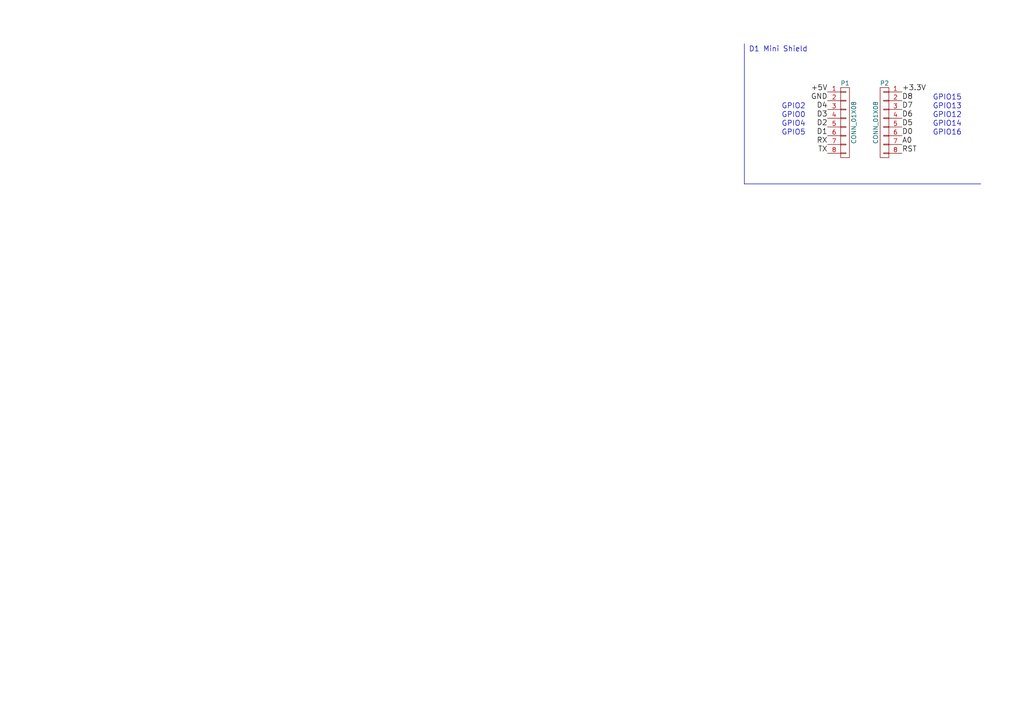
<source format=kicad_sch>
(kicad_sch (version 20230121) (generator eeschema)
  (paper "A4")
  (lib_symbols
    (symbol "d1_mini_shield-rescue:CONN_01X08" (pin_names (offset 1.016) hide)
      (property "Reference" "P" (at 0 11.43 0))
      (property "Value" "CONN_01X08" (at 2.54 0 90))
      (symbol "CONN_01X08_0_1"
        (rectangle (start -1.27 -10.16) (end 1.27 10.16))
        (rectangle (start -1.27 -8.763) (end 0.254 -9.017))
        (rectangle (start -1.27 -6.223) (end 0.254 -6.477))
        (rectangle (start -1.27 -3.683) (end 0.254 -3.937))
        (rectangle (start -1.27 -1.143) (end 0.254 -1.397))
        (rectangle (start -1.27 1.397) (end 0.254 1.143))
        (rectangle (start -1.27 3.937) (end 0.254 3.683))
        (rectangle (start -1.27 6.477) (end 0.254 6.223))
        (rectangle (start -1.27 9.017) (end 0.254 8.763))
      )
      (symbol "CONN_01X08_1_1"
        (pin passive line (at -5.08 8.89 0) (length 3.81) (name "P1") (number "1"))
        (pin passive line (at -5.08 6.35 0) (length 3.81) (name "P2") (number "2"))
        (pin passive line (at -5.08 3.81 0) (length 3.81) (name "P3") (number "3"))
        (pin passive line (at -5.08 1.27 0) (length 3.81) (name "P4") (number "4"))
        (pin passive line (at -5.08 -1.27 0) (length 3.81) (name "P5") (number "5"))
        (pin passive line (at -5.08 -3.81 0) (length 3.81) (name "P6") (number "6"))
        (pin passive line (at -5.08 -6.35 0) (length 3.81) (name "P7") (number "7"))
        (pin passive line (at -5.08 -8.89 0) (length 3.81) (name "P8") (number "8"))
      )
    )
  )
  (polyline (pts (xy 215.9 53.34) (xy 284.48 53.34)))
  (polyline (pts (xy 215.9 12.7) (xy 215.9 53.34)))
  (text "GPIO0" (at 233.68 34.29 0) (effects (font (size 1.524 1.524)) (justify right bottom)))
  (text "GPIO5" (at 233.68 39.37 0) (effects (font (size 1.524 1.524)) (justify right bottom)))
  (text "GPIO12" (at 270.51 34.29 0) (effects (font (size 1.524 1.524)) (justify left bottom)))
  (text "GPIO16" (at 270.51 39.37 0) (effects (font (size 1.524 1.524)) (justify left bottom)))
  (text "D1 Mini Shield" (at 217.17 15.24 0) (effects (font (size 1.524 1.524)) (justify left bottom)))
  (text "GPIO4" (at 233.68 36.83 0) (effects (font (size 1.524 1.524)) (justify right bottom)))
  (text "GPIO2" (at 233.68 31.75 0) (effects (font (size 1.524 1.524)) (justify right bottom)))
  (text "GPIO13" (at 270.51 31.75 0) (effects (font (size 1.524 1.524)) (justify left bottom)))
  (text "GPIO15" (at 270.51 29.21 0) (effects (font (size 1.524 1.524)) (justify left bottom)))
  (text "GPIO14" (at 270.51 36.83 0) (effects (font (size 1.524 1.524)) (justify left bottom)))
  (label "D5" (at 261.62 36.83 0) (effects (font (size 1.524 1.524))))
  (label "D1" (at 240.03 39.37 180) (effects (font (size 1.524 1.524))))
  (label "RST" (at 261.62 44.45 0) (effects (font (size 1.524 1.524))))
  (label "+3.3V" (at 261.62 26.67 0) (effects (font (size 1.524 1.524))))
  (label "D3" (at 240.03 34.29 180) (effects (font (size 1.524 1.524))))
  (label "GND" (at 240.03 29.21 180) (effects (font (size 1.524 1.524))))
  (label "D8" (at 261.62 29.21 0) (effects (font (size 1.524 1.524))))
  (label "D6" (at 261.62 34.29 0) (effects (font (size 1.524 1.524))))
  (label "A0" (at 261.62 41.91 0) (effects (font (size 1.524 1.524))))
  (label "D2" (at 240.03 36.83 180) (effects (font (size 1.524 1.524))))
  (label "TX" (at 240.03 44.45 180) (effects (font (size 1.524 1.524))))
  (label "D7" (at 261.62 31.75 0) (effects (font (size 1.524 1.524))))
  (label "D0" (at 261.62 39.37 0) (effects (font (size 1.524 1.524))))
  (label "D4" (at 240.03 31.75 180) (effects (font (size 1.524 1.524))))
  (label "+5V" (at 240.03 26.67 180) (effects (font (size 1.524 1.524))))
  (label "RX" (at 240.03 41.91 180) (effects (font (size 1.524 1.524))))
  (symbol (lib_id "d1_mini_shield-rescue:CONN_01X08") (at 245.11 35.56 0) (unit 1)
    (property "Reference" "P1" (at 245.11 24.13 0))
    (property "Value" "CONN_01X08" (at 247.65 35.56 90))
    (property "Footprint" "D1_mini:D1_mini_Pin_Header" (effects hide))
  )
  (symbol (lib_id "d1_mini_shield-rescue:CONN_01X08") (at 256.54 35.56 0) (mirror y) (unit 1)
    (property "Reference" "P2" (at 256.54 24.13 0))
    (property "Value" "CONN_01X08" (at 254 35.56 90))
    (property "Footprint" "D1_mini:D1_mini_Pin_Header" (effects hide))
  )
)
</source>
